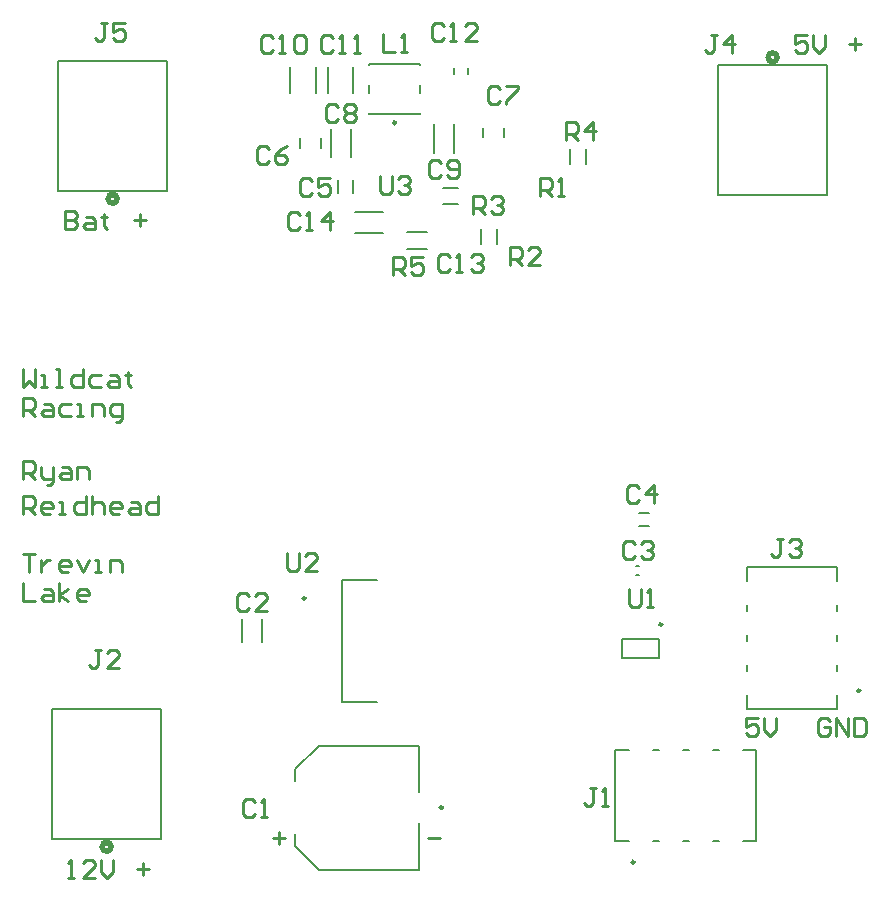
<source format=gto>
G04*
G04 #@! TF.GenerationSoftware,Altium Limited,Altium Designer,22.9.1 (49)*
G04*
G04 Layer_Color=65535*
%FSLAX25Y25*%
%MOIN*%
G70*
G04*
G04 #@! TF.SameCoordinates,F90F1F70-A081-4BF1-957E-811509834440*
G04*
G04*
G04 #@! TF.FilePolarity,Positive*
G04*
G01*
G75*
%ADD10C,0.02000*%
%ADD11C,0.00984*%
%ADD12C,0.00600*%
%ADD13C,0.00787*%
%ADD14C,0.01000*%
D10*
X261500Y280562D02*
G03*
X261500Y280562I-1500J0D01*
G01*
X39500Y17438D02*
G03*
X39500Y17438I-1500J0D01*
G01*
X41500Y233438D02*
G03*
X41500Y233438I-1500J0D01*
G01*
D11*
X223185Y91571D02*
G03*
X223185Y91571I-492J0D01*
G01*
X213992Y12315D02*
G03*
X213992Y12315I-492J0D01*
G01*
X150043Y30500D02*
G03*
X150043Y30500I-492J0D01*
G01*
X289177Y69500D02*
G03*
X289177Y69500I-492J0D01*
G01*
X104335Y100232D02*
G03*
X104335Y100232I-492J0D01*
G01*
X134394Y258780D02*
G03*
X134394Y258780I-492J0D01*
G01*
D12*
X241800Y234662D02*
Y278062D01*
Y234662D02*
X278200D01*
Y278062D01*
X241800D02*
X278200D01*
X56200Y19938D02*
Y63338D01*
X19800D02*
X56200D01*
X19800Y19938D02*
Y63338D01*
Y19938D02*
X56200D01*
X58200Y235938D02*
Y279338D01*
X21800D02*
X58200D01*
X21800Y235938D02*
Y279338D01*
Y235938D02*
X58200D01*
D13*
X209898Y86650D02*
X222102D01*
X209898Y80350D02*
X222102D01*
Y86650D01*
X209898Y80350D02*
Y86650D01*
X207417Y19402D02*
X212024D01*
X219976D02*
X222024D01*
X229976D02*
X232024D01*
X239976D02*
X242024D01*
X249976D02*
X254583D01*
Y49598D01*
X207417D02*
X212024D01*
X219976D02*
X222024D01*
X229976D02*
X232024D01*
X239976D02*
X242024D01*
X249976D02*
X254583D01*
X207417Y19402D02*
Y49598D01*
X215300Y128724D02*
X218697D01*
X215300Y124276D02*
X218697D01*
X163457Y253931D02*
Y257069D01*
X170543Y253931D02*
Y257069D01*
X138208Y216601D02*
X144792D01*
X138208Y222399D02*
X144792D01*
X100831Y39358D02*
Y43295D01*
Y17705D02*
Y21642D01*
Y17705D02*
X108705Y9831D01*
X100831Y43295D02*
X108705Y51169D01*
X142169D01*
X108705Y9831D02*
X142169D01*
Y25284D01*
Y35717D02*
Y51169D01*
X281598Y63417D02*
Y68024D01*
Y75976D02*
Y78024D01*
Y85976D02*
Y88024D01*
Y95976D02*
Y98024D01*
Y105976D02*
Y110583D01*
X251402D02*
X281598D01*
X251402Y63417D02*
Y68024D01*
Y75976D02*
Y78024D01*
Y85976D02*
Y88024D01*
Y95976D02*
Y98024D01*
Y105976D02*
Y110583D01*
Y63417D02*
X281598D01*
X116441Y65528D02*
X128252D01*
X116441D02*
Y106472D01*
X128252D01*
X147130Y248752D02*
Y258248D01*
X153870Y248752D02*
Y258248D01*
X162843Y218495D02*
Y223505D01*
X168157Y218495D02*
Y223505D01*
X150078Y231842D02*
X155088D01*
X150078Y237158D02*
X155088D01*
X111738Y268643D02*
Y277305D01*
X120232Y268622D02*
Y277284D01*
X99266Y268643D02*
Y277305D01*
X107761Y268622D02*
Y277284D01*
X112630Y247252D02*
Y256748D01*
X119370Y247252D02*
Y256748D01*
X158374Y275028D02*
Y276972D01*
X153626Y275028D02*
Y276972D01*
X214409Y110976D02*
X215591D01*
X214409Y108024D02*
X215591D01*
X102457Y250431D02*
Y253569D01*
X109543Y250431D02*
Y253569D01*
X125535Y261535D02*
X142465D01*
Y278071D02*
Y278465D01*
Y268740D02*
Y271260D01*
Y261535D02*
Y261929D01*
X125535Y278465D02*
X142465D01*
X125535Y278071D02*
Y278465D01*
Y268740D02*
Y271260D01*
Y261535D02*
Y261929D01*
X89846Y85539D02*
Y93461D01*
X83153Y85539D02*
Y93461D01*
X120730Y222130D02*
X130227D01*
X120730Y228870D02*
X130227D01*
X119961Y235433D02*
Y239567D01*
X115039Y235433D02*
Y239567D01*
X197658Y244995D02*
Y250005D01*
X192342Y244995D02*
Y250005D01*
D14*
X10000Y176680D02*
Y170682D01*
X11999Y172682D01*
X13999Y170682D01*
Y176680D01*
X15998Y170682D02*
X17997D01*
X16998D01*
Y174681D01*
X15998D01*
X20996Y170682D02*
X22996D01*
X21996D01*
Y176680D01*
X20996D01*
X29994D02*
Y170682D01*
X26994D01*
X25995Y171682D01*
Y173681D01*
X26994Y174681D01*
X29994D01*
X35992D02*
X32993D01*
X31993Y173681D01*
Y171682D01*
X32993Y170682D01*
X35992D01*
X38991Y174681D02*
X40990D01*
X41990Y173681D01*
Y170682D01*
X38991D01*
X37991Y171682D01*
X38991Y172682D01*
X41990D01*
X44989Y175681D02*
Y174681D01*
X43989D01*
X45988D01*
X44989D01*
Y171682D01*
X45988Y170682D01*
X10000Y161085D02*
Y167083D01*
X12999D01*
X13999Y166083D01*
Y164084D01*
X12999Y163084D01*
X10000D01*
X11999D02*
X13999Y161085D01*
X16998Y165083D02*
X18997D01*
X19997Y164084D01*
Y161085D01*
X16998D01*
X15998Y162084D01*
X16998Y163084D01*
X19997D01*
X25995Y165083D02*
X22996D01*
X21996Y164084D01*
Y162084D01*
X22996Y161085D01*
X25995D01*
X27994D02*
X29994D01*
X28994D01*
Y165083D01*
X27994D01*
X32993Y161085D02*
Y165083D01*
X35992D01*
X36991Y164084D01*
Y161085D01*
X40990Y159085D02*
X41990D01*
X42989Y160085D01*
Y165083D01*
X39990D01*
X38991Y164084D01*
Y162084D01*
X39990Y161085D01*
X42989D01*
X10000Y139890D02*
Y145888D01*
X12999D01*
X13999Y144888D01*
Y142889D01*
X12999Y141889D01*
X10000D01*
X11999D02*
X13999Y139890D01*
X15998Y143889D02*
Y140890D01*
X16998Y139890D01*
X19997D01*
Y138890D01*
X18997Y137891D01*
X17997D01*
X19997Y139890D02*
Y143889D01*
X22996D02*
X24995D01*
X25995Y142889D01*
Y139890D01*
X22996D01*
X21996Y140890D01*
X22996Y141889D01*
X25995D01*
X27994Y139890D02*
Y143889D01*
X30993D01*
X31993Y142889D01*
Y139890D01*
X10000Y128293D02*
Y134291D01*
X12999D01*
X13999Y133291D01*
Y131292D01*
X12999Y130292D01*
X10000D01*
X11999D02*
X13999Y128293D01*
X18997D02*
X16998D01*
X15998Y129293D01*
Y131292D01*
X16998Y132292D01*
X18997D01*
X19997Y131292D01*
Y130292D01*
X15998D01*
X21996Y128293D02*
X23995D01*
X22996D01*
Y132292D01*
X21996D01*
X30993Y134291D02*
Y128293D01*
X27994D01*
X26994Y129293D01*
Y131292D01*
X27994Y132292D01*
X30993D01*
X32993Y134291D02*
Y128293D01*
Y131292D01*
X33992Y132292D01*
X35992D01*
X36991Y131292D01*
Y128293D01*
X41990D02*
X39990D01*
X38991Y129293D01*
Y131292D01*
X39990Y132292D01*
X41990D01*
X42989Y131292D01*
Y130292D01*
X38991D01*
X45988Y132292D02*
X47988D01*
X48987Y131292D01*
Y128293D01*
X45988D01*
X44989Y129293D01*
X45988Y130292D01*
X48987D01*
X54985Y134291D02*
Y128293D01*
X51986D01*
X50987Y129293D01*
Y131292D01*
X51986Y132292D01*
X54985D01*
X10000Y115096D02*
X13999D01*
X11999D01*
Y109098D01*
X15998Y113096D02*
Y109098D01*
Y111097D01*
X16998Y112097D01*
X17997Y113096D01*
X18997D01*
X24995Y109098D02*
X22996D01*
X21996Y110097D01*
Y112097D01*
X22996Y113096D01*
X24995D01*
X25995Y112097D01*
Y111097D01*
X21996D01*
X27994Y113096D02*
X29994Y109098D01*
X31993Y113096D01*
X33992Y109098D02*
X35992D01*
X34992D01*
Y113096D01*
X33992D01*
X38991Y109098D02*
Y113096D01*
X41990D01*
X42989Y112097D01*
Y109098D01*
X10000Y105498D02*
Y99500D01*
X13999D01*
X16998Y103499D02*
X18997D01*
X19997Y102499D01*
Y99500D01*
X16998D01*
X15998Y100500D01*
X16998Y101499D01*
X19997D01*
X21996Y99500D02*
Y105498D01*
Y101499D02*
X24995Y103499D01*
X21996Y101499D02*
X24995Y99500D01*
X30993D02*
X28994D01*
X27994Y100500D01*
Y102499D01*
X28994Y103499D01*
X30993D01*
X31993Y102499D01*
Y101499D01*
X27994D01*
X93500Y20499D02*
X97499D01*
X95499Y22499D02*
Y18500D01*
X145000Y20500D02*
X148999D01*
X254999Y60498D02*
X251000D01*
Y57499D01*
X252999Y58499D01*
X253999D01*
X254999Y57499D01*
Y55500D01*
X253999Y54500D01*
X252000D01*
X251000Y55500D01*
X256998Y60498D02*
Y56499D01*
X258997Y54500D01*
X260997Y56499D01*
Y60498D01*
X278991Y59498D02*
X277991Y60498D01*
X275992D01*
X274992Y59498D01*
Y55500D01*
X275992Y54500D01*
X277991D01*
X278991Y55500D01*
Y57499D01*
X276992D01*
X280990Y54500D02*
Y60498D01*
X284989Y54500D01*
Y60498D01*
X286988D02*
Y54500D01*
X289987D01*
X290987Y55500D01*
Y59498D01*
X289987Y60498D01*
X286988D01*
X271499Y287998D02*
X267500D01*
Y284999D01*
X269499Y285999D01*
X270499D01*
X271499Y284999D01*
Y283000D01*
X270499Y282000D01*
X268500D01*
X267500Y283000D01*
X273498Y287998D02*
Y283999D01*
X275497Y282000D01*
X277497Y283999D01*
Y287998D01*
X285494Y284999D02*
X289493D01*
X287493Y286998D02*
Y283000D01*
X24000Y229498D02*
Y223500D01*
X26999D01*
X27999Y224500D01*
Y225499D01*
X26999Y226499D01*
X24000D01*
X26999D01*
X27999Y227499D01*
Y228498D01*
X26999Y229498D01*
X24000D01*
X30998Y227499D02*
X32997D01*
X33997Y226499D01*
Y223500D01*
X30998D01*
X29998Y224500D01*
X30998Y225499D01*
X33997D01*
X36996Y228498D02*
Y227499D01*
X35996D01*
X37995D01*
X36996D01*
Y224500D01*
X37995Y223500D01*
X46993Y226499D02*
X50991D01*
X48992Y228498D02*
Y224500D01*
X25000Y7000D02*
X26999D01*
X26000D01*
Y12998D01*
X25000Y11998D01*
X33997Y7000D02*
X29998D01*
X33997Y10999D01*
Y11998D01*
X32997Y12998D01*
X30998D01*
X29998Y11998D01*
X35996Y12998D02*
Y8999D01*
X37996Y7000D01*
X39995Y8999D01*
Y12998D01*
X47993Y9999D02*
X51991D01*
X49992Y11998D02*
Y8000D01*
X36000Y82999D02*
X34001D01*
X35001D01*
Y78001D01*
X34001Y77001D01*
X33001D01*
X32002Y78001D01*
X41998Y77001D02*
X38000D01*
X41998Y81000D01*
Y81999D01*
X40999Y82999D01*
X38999D01*
X38000Y81999D01*
X38000Y291999D02*
X36001D01*
X37001D01*
Y287001D01*
X36001Y286001D01*
X35001D01*
X34002Y287001D01*
X43998Y291999D02*
X40000D01*
Y289000D01*
X41999Y290000D01*
X42999D01*
X43998Y289000D01*
Y287001D01*
X42999Y286001D01*
X40999D01*
X40000Y287001D01*
X241500Y287999D02*
X239501D01*
X240501D01*
Y283001D01*
X239501Y282001D01*
X238501D01*
X237502Y283001D01*
X246499Y282001D02*
Y287999D01*
X243500Y285000D01*
X247498D01*
X212001Y103499D02*
Y98501D01*
X213001Y97501D01*
X215000D01*
X216000Y98501D01*
Y103499D01*
X217999Y97501D02*
X219999D01*
X218999D01*
Y103499D01*
X217999Y102499D01*
X201000Y36999D02*
X199001D01*
X200000D01*
Y32001D01*
X199001Y31001D01*
X198001D01*
X197001Y32001D01*
X202999Y31001D02*
X204999D01*
X203999D01*
Y36999D01*
X202999Y35999D01*
X215498Y136999D02*
X214498Y137999D01*
X212499D01*
X211499Y136999D01*
Y133001D01*
X212499Y132001D01*
X214498D01*
X215498Y133001D01*
X220496Y132001D02*
Y137999D01*
X217497Y135000D01*
X221496D01*
X169000Y269999D02*
X168001Y270999D01*
X166001D01*
X165002Y269999D01*
Y266001D01*
X166001Y265001D01*
X168001D01*
X169000Y266001D01*
X171000Y270999D02*
X174998D01*
Y269999D01*
X171000Y266001D01*
Y265001D01*
X133502Y208001D02*
Y213999D01*
X136501D01*
X137500Y212999D01*
Y211000D01*
X136501Y210000D01*
X133502D01*
X135501D02*
X137500Y208001D01*
X143498Y213999D02*
X139500D01*
Y211000D01*
X141499Y212000D01*
X142499D01*
X143498Y211000D01*
Y209001D01*
X142499Y208001D01*
X140499D01*
X139500Y209001D01*
X87500Y32499D02*
X86500Y33499D01*
X84501D01*
X83501Y32499D01*
Y28501D01*
X84501Y27501D01*
X86500D01*
X87500Y28501D01*
X89499Y27501D02*
X91499D01*
X90499D01*
Y33499D01*
X89499Y32499D01*
X263500Y119999D02*
X261501D01*
X262501D01*
Y115001D01*
X261501Y114001D01*
X260501D01*
X259502Y115001D01*
X265500Y118999D02*
X266499Y119999D01*
X268499D01*
X269498Y118999D01*
Y118000D01*
X268499Y117000D01*
X267499D01*
X268499D01*
X269498Y116000D01*
Y115001D01*
X268499Y114001D01*
X266499D01*
X265500Y115001D01*
X98002Y115499D02*
Y110501D01*
X99001Y109501D01*
X101001D01*
X102000Y110501D01*
Y115499D01*
X107998Y109501D02*
X104000D01*
X107998Y113500D01*
Y114499D01*
X106999Y115499D01*
X104999D01*
X104000Y114499D01*
X152501Y213999D02*
X151502Y214999D01*
X149502D01*
X148502Y213999D01*
Y210001D01*
X149502Y209001D01*
X151502D01*
X152501Y210001D01*
X154500Y209001D02*
X156500D01*
X155500D01*
Y214999D01*
X154500Y213999D01*
X159499D02*
X160499Y214999D01*
X162498D01*
X163498Y213999D01*
Y213000D01*
X162498Y212000D01*
X161498D01*
X162498D01*
X163498Y211000D01*
Y210001D01*
X162498Y209001D01*
X160499D01*
X159499Y210001D01*
X182501Y234501D02*
Y240499D01*
X185500D01*
X186500Y239499D01*
Y237500D01*
X185500Y236500D01*
X182501D01*
X184501D02*
X186500Y234501D01*
X188499D02*
X190499D01*
X189499D01*
Y240499D01*
X188499Y239499D01*
X149318Y245191D02*
X148318Y246191D01*
X146319D01*
X145319Y245191D01*
Y241192D01*
X146319Y240192D01*
X148318D01*
X149318Y241192D01*
X151317D02*
X152317Y240192D01*
X154316D01*
X155316Y241192D01*
Y245191D01*
X154316Y246191D01*
X152317D01*
X151317Y245191D01*
Y244191D01*
X152317Y243191D01*
X155316D01*
X172502Y211501D02*
Y217499D01*
X175501D01*
X176500Y216499D01*
Y214500D01*
X175501Y213500D01*
X172502D01*
X174501D02*
X176500Y211501D01*
X182498D02*
X178500D01*
X182498Y215500D01*
Y216499D01*
X181499Y217499D01*
X179499D01*
X178500Y216499D01*
X160002Y228501D02*
Y234499D01*
X163001D01*
X164000Y233499D01*
Y231500D01*
X163001Y230500D01*
X160002D01*
X162001D02*
X164000Y228501D01*
X166000Y233499D02*
X166999Y234499D01*
X168999D01*
X169998Y233499D01*
Y232500D01*
X168999Y231500D01*
X167999D01*
X168999D01*
X169998Y230500D01*
Y229501D01*
X168999Y228501D01*
X166999D01*
X166000Y229501D01*
X129002Y240999D02*
Y236001D01*
X130001Y235001D01*
X132001D01*
X133000Y236001D01*
Y240999D01*
X135000Y239999D02*
X135999Y240999D01*
X137999D01*
X138998Y239999D01*
Y239000D01*
X137999Y238000D01*
X136999D01*
X137999D01*
X138998Y237000D01*
Y236001D01*
X137999Y235001D01*
X135999D01*
X135000Y236001D01*
X113501Y286952D02*
X112501Y287952D01*
X110502D01*
X109502Y286952D01*
Y282953D01*
X110502Y281954D01*
X112501D01*
X113501Y282953D01*
X115500Y281954D02*
X117499D01*
X116500D01*
Y287952D01*
X115500Y286952D01*
X120499Y281954D02*
X122498D01*
X121498D01*
Y287952D01*
X120499Y286952D01*
X93501Y286999D02*
X92501Y287999D01*
X90502D01*
X89502Y286999D01*
Y283001D01*
X90502Y282001D01*
X92501D01*
X93501Y283001D01*
X95500Y282001D02*
X97500D01*
X96500D01*
Y287999D01*
X95500Y286999D01*
X100499D02*
X101499Y287999D01*
X103498D01*
X104498Y286999D01*
Y283001D01*
X103498Y282001D01*
X101499D01*
X100499Y283001D01*
Y286999D01*
X115000Y263999D02*
X114001Y264999D01*
X112001D01*
X111002Y263999D01*
Y260001D01*
X112001Y259001D01*
X114001D01*
X115000Y260001D01*
X117000Y263999D02*
X117999Y264999D01*
X119999D01*
X120998Y263999D01*
Y263000D01*
X119999Y262000D01*
X120998Y261000D01*
Y260001D01*
X119999Y259001D01*
X117999D01*
X117000Y260001D01*
Y261000D01*
X117999Y262000D01*
X117000Y263000D01*
Y263999D01*
X117999Y262000D02*
X119999D01*
X150501Y290999D02*
X149502Y291999D01*
X147502D01*
X146502Y290999D01*
Y287001D01*
X147502Y286001D01*
X149502D01*
X150501Y287001D01*
X152500Y286001D02*
X154500D01*
X153500D01*
Y291999D01*
X152500Y290999D01*
X161498Y286001D02*
X157499D01*
X161498Y290000D01*
Y290999D01*
X160498Y291999D01*
X158499D01*
X157499Y290999D01*
X214000Y118499D02*
X213001Y119499D01*
X211001D01*
X210002Y118499D01*
Y114501D01*
X211001Y113501D01*
X213001D01*
X214000Y114501D01*
X216000Y118499D02*
X216999Y119499D01*
X218999D01*
X219998Y118499D01*
Y117500D01*
X218999Y116500D01*
X217999D01*
X218999D01*
X219998Y115500D01*
Y114501D01*
X218999Y113501D01*
X216999D01*
X216000Y114501D01*
X92000Y249999D02*
X91001Y250999D01*
X89001D01*
X88002Y249999D01*
Y246001D01*
X89001Y245001D01*
X91001D01*
X92000Y246001D01*
X97998Y250999D02*
X95999Y249999D01*
X94000Y248000D01*
Y246001D01*
X94999Y245001D01*
X96999D01*
X97998Y246001D01*
Y247000D01*
X96999Y248000D01*
X94000D01*
X130001Y288334D02*
Y282336D01*
X134000D01*
X135999D02*
X137999D01*
X136999D01*
Y288334D01*
X135999Y287334D01*
X85500Y100999D02*
X84501Y101999D01*
X82501D01*
X81502Y100999D01*
Y97001D01*
X82501Y96001D01*
X84501D01*
X85500Y97001D01*
X91498Y96001D02*
X87500D01*
X91498Y100000D01*
Y100999D01*
X90499Y101999D01*
X88499D01*
X87500Y100999D01*
X102501Y227999D02*
X101502Y228999D01*
X99502D01*
X98502Y227999D01*
Y224001D01*
X99502Y223001D01*
X101502D01*
X102501Y224001D01*
X104500Y223001D02*
X106500D01*
X105500D01*
Y228999D01*
X104500Y227999D01*
X112498Y223001D02*
Y228999D01*
X109499Y226000D01*
X113498D01*
X106500Y239499D02*
X105501Y240499D01*
X103501D01*
X102502Y239499D01*
Y235501D01*
X103501Y234501D01*
X105501D01*
X106500Y235501D01*
X112498Y240499D02*
X108500D01*
Y237500D01*
X110499Y238500D01*
X111499D01*
X112498Y237500D01*
Y235501D01*
X111499Y234501D01*
X109499D01*
X108500Y235501D01*
X191002Y253001D02*
Y258999D01*
X194001D01*
X195000Y257999D01*
Y256000D01*
X194001Y255000D01*
X191002D01*
X193001D02*
X195000Y253001D01*
X199999D02*
Y258999D01*
X197000Y256000D01*
X200998D01*
M02*

</source>
